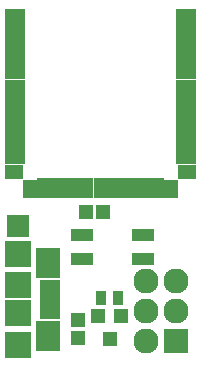
<source format=gts>
G04 #@! TF.FileFunction,Soldermask,Top*
%FSLAX46Y46*%
G04 Gerber Fmt 4.6, Leading zero omitted, Abs format (unit mm)*
G04 Created by KiCad (PCBNEW 4.0.0-rc1-stable) date 11/12/2015 8:05:50 PM*
%MOMM*%
G01*
G04 APERTURE LIST*
%ADD10C,0.100000*%
%ADD11R,1.200000X1.600000*%
%ADD12R,1.600000X1.200000*%
%ADD13R,1.800000X1.200000*%
%ADD14R,1.200000X1.800000*%
%ADD15R,1.200000X1.150000*%
%ADD16R,2.300000X2.300000*%
%ADD17R,2.000000X2.500000*%
%ADD18R,1.750000X0.800000*%
%ADD19R,2.127200X2.127200*%
%ADD20O,2.127200X2.127200*%
%ADD21R,1.850000X1.100000*%
%ADD22R,1.901140X1.901140*%
%ADD23R,1.150000X1.200000*%
%ADD24R,1.200100X1.200100*%
%ADD25R,0.900000X1.300000*%
G04 APERTURE END LIST*
D10*
D11*
X145130000Y-79600000D03*
D12*
X158430000Y-78100000D03*
D13*
X143930000Y-64900000D03*
D12*
X143830000Y-78100000D03*
D14*
X146330000Y-79500000D03*
X147530000Y-79500000D03*
X148730000Y-79500000D03*
X149930000Y-79500000D03*
X151130000Y-79500000D03*
X152330000Y-79500000D03*
X153530000Y-79500000D03*
X154730000Y-79500000D03*
X155930000Y-79500000D03*
D11*
X157130000Y-79600000D03*
D13*
X143930000Y-66100000D03*
X143930000Y-67300000D03*
X143930000Y-68500000D03*
X143930000Y-69700000D03*
X143930000Y-70900000D03*
X143930000Y-72100000D03*
X143930000Y-73300000D03*
X143930000Y-74500000D03*
X143930000Y-75700000D03*
X143930000Y-76900000D03*
X158330000Y-76900000D03*
X158330000Y-75700000D03*
X158330000Y-74500000D03*
X158330000Y-73300000D03*
X158330000Y-72100000D03*
X158330000Y-70900000D03*
X158330000Y-69700000D03*
X158330000Y-68500000D03*
X158330000Y-67300000D03*
X158330000Y-66100000D03*
X158330000Y-64900000D03*
D15*
X151372000Y-81534000D03*
X149872000Y-81534000D03*
D16*
X144175540Y-92750000D03*
X144175540Y-85050000D03*
X144175540Y-87700000D03*
D17*
X146725540Y-85800000D03*
D18*
X146850540Y-87599100D03*
X146850540Y-88249100D03*
X146850540Y-88899100D03*
X146850540Y-89549100D03*
X146850540Y-90199100D03*
D17*
X146725540Y-92000000D03*
D16*
X144175540Y-90100000D03*
D19*
X157480000Y-92456000D03*
D20*
X154940000Y-92456000D03*
X157480000Y-89916000D03*
X154940000Y-89916000D03*
X157480000Y-87376000D03*
X154940000Y-87376000D03*
D21*
X149571000Y-85455000D03*
X154721000Y-85455000D03*
X154721000Y-83455000D03*
X149571000Y-83455000D03*
D22*
X144145000Y-82677000D03*
D23*
X149225000Y-90690000D03*
X149225000Y-92190000D03*
D24*
X152842000Y-90312240D03*
X150942000Y-90312240D03*
X151892000Y-92311220D03*
D25*
X152642000Y-88773000D03*
X151142000Y-88773000D03*
M02*

</source>
